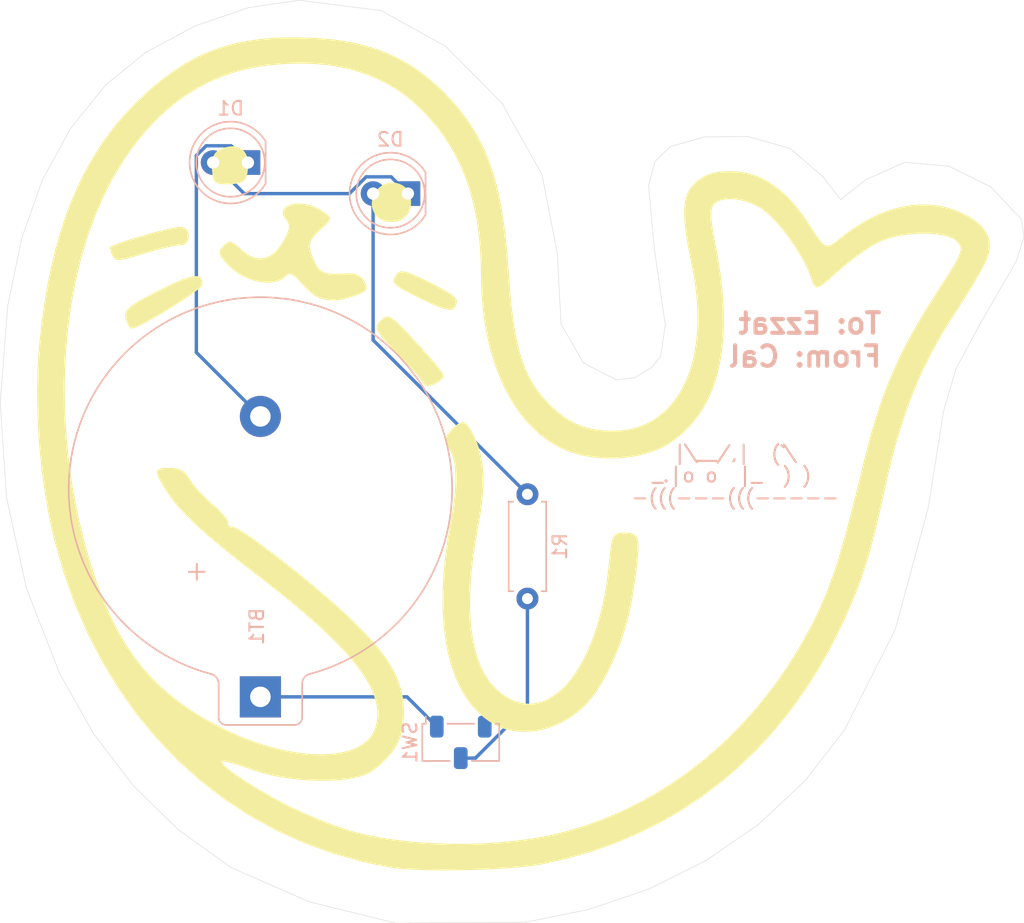
<source format=kicad_pcb>
(kicad_pcb (version 20241229) (generator "pcbnew") (generator_version "9.0")
  (title_block (title "Seal "))
  (layers (0 "F.Cu" signal) (2 "B.Cu" signal) (13 "F.Paste" user) (15 "B.Paste" user) (5 "F.SilkS" user "F.Silkscreen") (7 "B.SilkS" user "B.Silkscreen") (1 "F.Mask" user) (3 "B.Mask" user) (25 "Edge.Cuts" user))
  (net 0 "")
  (net 1 "Net-(D1-A)")
  (net 2 "Net-(D2-A)")
  (net 3 "Net-(SW1-B)")
  (net 4 "Net-(BT1--)")
  (net 5 "Net-(BT1-+)")
  (net 6 "GND")
  (footprint "Battery:BatteryHolder_Keystone_106_1x20mm" (layer "B.Cu") (at 133.5 109.99 90)
    (property "Reference" "BT1")
    (property "Value" "Battery_Cell" (hide yes))
  )
  (footprint "LED_THT:LED_D5.0mm" (layer "B.Cu") (at 144.270253 73.219916 180)
    (property "Reference" "D2")
    (property "Value" "LED")
  )
  (footprint "LED_THT:LED_D5.0mm" (layer "B.Cu") (at 132.588 70.952 180)
    (property "Reference" "D1")
    (property "Value" "LED")
  )
  (footprint "Button_Switch_SMD:Nidec_Copal_CAS-120A" (layer "B.Cu") (at 148.13041 113.314964 -90)
    (property "Reference" "SW1")
    (property "Value" "SW_SPDT")
  )
  (footprint "Resistor_THT:R_Axial_DIN0207_L6.3mm_D2.5mm_P7.62mm_Horizontal" (layer "B.Cu") (at 153 102.81 90)
    (property "Reference" "R1")
    (property "Value" "R")
  )
  (gr_poly (pts (xy 143.229172 72.416465) (xy 143.350128 72.429583) (xy 143.472044 72.453578) (xy 143.594511 72.488868) (xy 143.717119 72.535868) (xy 143.83946 72.594996) (xy 143.908101 72.635179) (xy 143.973186 72.680178) (xy 144.034682 72.729719) (xy 144.092555 72.783524) (xy 144.146775 72.841316) (xy 144.197307 72.902819) (xy 144.24412 72.967755) (xy 144.28718 73.035849) (xy 144.326457 73.106824) (xy 144.361915 73.180403) (xy 144.393525 73.256309) (xy 144.421252 73.334265) (xy 144.445064 73.413996) (xy 144.464929 73.495223) (xy 144.480814 73.577671) (xy 144.492686 73.661063) (xy 144.500514 73.745123) (xy 144.504264 73.829572) (xy 144.503904 73.914136) (xy 144.499401 73.998536) (xy 144.490723 74.082497) (xy 144.477837 74.165742) (xy 144.460711 74.247994) (xy 144.439312 74.328976) (xy 144.413607 74.408412) (xy 144.383565 74.486025) (xy 144.349152 74.561538) (xy 144.310336 74.634675) (xy 144.267085 74.705159) (xy 144.219365 74.772713) (xy 144.167145 74.837061) (xy 144.110391 74.897925) (xy 144.05026 74.953963) (xy 143.986567 75.005585) (xy 143.919594 75.052821) (xy 143.849624 75.095702) (xy 143.776939 75.134258) (xy 143.701823 75.168519) (xy 143.624556 75.198517) (xy 143.545423 75.22428) (xy 143.464705 75.245841) (xy 143.382684 75.263228) (xy 143.299644 75.276473) (xy 143.215868 75.285606) (xy 143.131636 75.290657) (xy 143.047232 75.291656) (xy 142.962939 75.288635) (xy 142.879038 75.281623) (xy 142.795813 75.270651) (xy 142.713546 75.25575) (xy 142.632519 75.236949) (xy 142.553016 75.214279) (xy 142.475317 75.18777) (xy 142.399707 75.157453) (xy 142.326467 75.123359) (xy 142.25588 75.085517) (xy 142.188228 75.043959) (xy 142.123794 74.998713) (xy 142.062861 74.949812) (xy 142.005711 74.897285) (xy 141.952626 74.841162) (xy 141.903889 74.781475) (xy 141.859782 74.718252) (xy 141.820589 74.651526) (xy 141.76103 74.528446) (xy 141.713474 74.404994) (xy 141.677512 74.281586) (xy 141.652735 74.158639) (xy 141.638734 74.036571) (xy 141.6351 73.915796) (xy 141.641424 73.796734) (xy 141.657297 73.679799) (xy 141.682309 73.565408) (xy 141.716053 73.453978) (xy 141.758118 73.345927) (xy 141.808096 73.24167) (xy 141.865578 73.141623) (xy 141.930154 73.046205) (xy 142.001417 72.955831) (xy 142.078956 72.870918) (xy 142.162362 72.791883) (xy 142.251228 72.719142) (xy 142.345143 72.653112) (xy 142.443699 72.594209) (xy 142.546487 72.542851) (xy 142.653097 72.499454) (xy 142.763121 72.464435) (xy 142.876149 72.438209) (xy 142.991773 72.421195) (xy 143.109583 72.413808)) (fill yes) (layer "F.SilkS"))
  (gr_poly (pts (xy 131.533494 69.768755) (xy 131.622802 69.776719) (xy 131.708925 69.79026) (xy 131.791763 69.809301) (xy 131.871219 69.83377) (xy 131.947194 69.86359) (xy 132.019589 69.898687) (xy 132.088307 69.938987) (xy 132.153249 69.984413) (xy 132.214317 70.034892) (xy 132.271412 70.090349) (xy 132.324436 70.150709) (xy 132.373292 70.215896) (xy 132.41788 70.285837) (xy 132.458102 70.360456) (xy 132.49386 70.439679) (xy 132.525055 70.52343) (xy 132.55159 70.611635) (xy 132.573366 70.704219) (xy 132.590285 70.801108) (xy 132.602248 70.902226) (xy 132.609157 71.007498) (xy 132.610914 71.11685) (xy 132.60742 71.230208) (xy 132.598577 71.347495) (xy 132.580781 71.512237) (xy 132.560364 71.660211) (xy 132.536374 71.792408) (xy 132.507858 71.90982) (xy 132.491605 71.963292) (xy 132.473864 72.013438) (xy 132.454515 72.060384) (xy 132.433439 72.104254) (xy 132.410518 72.14517) (xy 132.385631 72.183258) (xy 132.358661 72.218641) (xy 132.329488 72.251443) (xy 132.297993 72.281787) (xy 132.264056 72.309799) (xy 132.22756 72.335601) (xy 132.188384 72.359318) (xy 132.14641 72.381074) (xy 132.101518 72.400992) (xy 132.05359 72.419197) (xy 132.002507 72.435812) (xy 131.890398 72.464769) (xy 131.764238 72.488855) (xy 131.623074 72.50906) (xy 131.465955 72.526377) (xy 131.359964 72.535383) (xy 131.254483 72.541673) (xy 131.150163 72.54532) (xy 131.047655 72.546397) (xy 130.947612 72.544977) (xy 130.850683 72.541132) (xy 130.75752 72.534934) (xy 130.668774 72.526457) (xy 130.585096 72.515772) (xy 130.507137 72.502952) (xy 130.435549 72.48807) (xy 130.370983 72.471198) (xy 130.314089 72.452409) (xy 130.265519 72.431775) (xy 130.225924 72.409369) (xy 130.195955 72.385264) (xy 130.183559 72.371599) (xy 130.171321 72.355595) (xy 130.147377 72.316879) (xy 130.124248 72.269737) (xy 130.102058 72.214792) (xy 130.080931 72.152663) (xy 130.06099 72.083974) (xy 130.04236 72.009345) (xy 130.025164 71.929399) (xy 130.009527 71.844756) (xy 129.995573 71.756038) (xy 129.983425 71.663867) (xy 129.973208 71.568865) (xy 129.965046 71.471652) (xy 129.959062 71.372851) (xy 129.955381 71.273082) (xy 129.954126 71.172969) (xy 129.956685 71.046509) (xy 129.964473 70.927712) (xy 129.977658 70.816303) (xy 129.996407 70.712005) (xy 130.020885 70.614543) (xy 130.051262 70.523641) (xy 130.087702 70.439023) (xy 130.130374 70.360414) (xy 130.1541 70.323277) (xy 130.179445 70.287538) (xy 130.206432 70.253164) (xy 130.235081 70.220119) (xy 130.29745 70.157882) (xy 130.366718 70.10055) (xy 130.443053 70.047847) (xy 130.526621 69.9995) (xy 130.61759 69.95523) (xy 130.716127 69.914763) (xy 130.827384 69.875424) (xy 130.936242 69.84226) (xy 131.042602 69.815195) (xy 131.146366 69.794156) (xy 131.247435 69.779067) (xy 131.345712 69.769854) (xy 131.441098 69.766441)) (fill yes) (layer "F.SilkS"))
  (gr_poly (pts (xy 136.434929 73.949463) (xy 136.575245 73.959118) (xy 136.718448 73.976126) (xy 136.863846 74.000659) (xy 137.010749 74.032887) (xy 137.158465 74.072982) (xy 137.306304 74.121115) (xy 137.453574 74.177456) (xy 137.599585 74.242176) (xy 137.743644 74.315448) (xy 137.885061 74.39744) (xy 138.023145 74.488326) (xy 138.158308 74.58334) (xy 138.275308 74.66769) (xy 138.374008 74.743336) (xy 138.416452 74.778508) (xy 138.45427 74.812239) (xy 138.487444 74.844775) (xy 138.515957 74.87636) (xy 138.539792 74.90724) (xy 138.558931 74.93766) (xy 138.573357 74.967864) (xy 138.583054 74.998099) (xy 138.588004 75.028608) (xy 138.588189 75.059637) (xy 138.583593 75.091432) (xy 138.574198 75.124236) (xy 138.559987 75.158296) (xy 138.540943 75.193857) (xy 138.517049 75.231163) (xy 138.488288 75.270459) (xy 138.454641 75.311991) (xy 138.416093 75.356004) (xy 138.324221 75.452452) (xy 138.212535 75.561764) (xy 137.92917 75.826823) (xy 137.756998 75.98887) (xy 137.606148 76.137445) (xy 137.476133 76.274982) (xy 137.418784 76.340374) (xy 137.366461 76.403919) (xy 137.319101 76.465924) (xy 137.276645 76.526692) (xy 137.239029 76.586528) (xy 137.206194 76.645736) (xy 137.178078 76.704621) (xy 137.15462 76.763488) (xy 137.135758 76.82264) (xy 137.121433 76.882383) (xy 137.111582 76.943021) (xy 137.106144 77.004859) (xy 137.105058 77.0682) (xy 137.108264 77.13335) (xy 137.115699 77.200613) (xy 137.127303 77.270294) (xy 137.143015 77.342697) (xy 137.162773 77.418126) (xy 137.186516 77.496887) (xy 137.214184 77.579283) (xy 137.281046 77.7562) (xy 137.362871 77.951313) (xy 137.459169 78.16706) (xy 137.532711 78.321099) (xy 137.569426 78.39175) (xy 137.606455 78.458285) (xy 137.644058 78.520801) (xy 137.6825 78.579393) (xy 137.722042 78.634159) (xy 137.762946 78.685196) (xy 137.805476 78.732599) (xy 137.849894 78.776467) (xy 137.896461 78.816894) (xy 137.945442 78.853979) (xy 137.997097 78.887818) (xy 138.051691 78.918507) (xy 138.109484 78.946143) (xy 138.17074 78.970824) (xy 138.235721 78.992644) (xy 138.304689 79.011702) (xy 138.377907 79.028094) (xy 138.455638 79.041916) (xy 138.538144 79.053266) (xy 138.625688 79.062239) (xy 138.718531 79.068934) (xy 138.816936 79.073445) (xy 138.921167 79.075871) (xy 139.031485 79.076307) (xy 139.271432 79.071598) (xy 139.538878 79.060092) (xy 139.835924 79.042563) (xy 139.946055 79.038177) (xy 140.052244 79.039555) (xy 140.154446 79.046677) (xy 140.252621 79.059521) (xy 140.346724 79.078068) (xy 140.436714 79.102297) (xy 140.522548 79.132188) (xy 140.604184 79.16772) (xy 140.681579 79.208872) (xy 140.75469 79.255624) (xy 140.823475 79.307955) (xy 140.887892 79.365846) (xy 140.947897 79.429274) (xy 141.003449 79.498221) (xy 141.054505 79.572666) (xy 141.101022 79.652587) (xy 141.154337 79.756235) (xy 141.197561 79.850466) (xy 141.215196 79.894335) (xy 141.230077 79.936192) (xy 141.242127 79.976151) (xy 141.251268 80.014325) (xy 141.257423 80.050828) (xy 141.260516 80.085776) (xy 141.260468 80.119281) (xy 141.257203 80.151457) (xy 141.250643 80.18242) (xy 141.240712 80.212281) (xy 141.227331 80.241157) (xy 141.210424 80.26916) (xy 141.189914 80.296404) (xy 141.165724 80.323004) (xy 141.137776 80.349073) (xy 141.105992 80.374727) (xy 141.070297 80.400077) (xy 141.030612 80.425239) (xy 140.986861 80.450327) (xy 140.938966 80.475454) (xy 140.88685 80.500734) (xy 140.830436 80.526282) (xy 140.704404 80.578636) (xy 140.560254 80.633428) (xy 140.397367 80.691569) (xy 140.191555 80.76085) (xy 139.994858 80.821862) (xy 139.806463 80.874648) (xy 139.625559 80.919251) (xy 139.451334 80.955713) (xy 139.282976 80.984079) (xy 139.119674 81.00439) (xy 138.960614 81.01669) (xy 138.804986 81.021021) (xy 138.651978 81.017426) (xy 138.500777 81.005949) (xy 138.350572 80.986632) (xy 138.20055 80.959518) (xy 138.049901 80.92465) (xy 137.897812 80.882071) (xy 137.743471 80.831824) (xy 137.743459 80.831824) (xy 137.687809 80.809238) (xy 137.626064 80.77822) (xy 137.55887 80.739316) (xy 137.486874 80.693072) (xy 137.410721 80.640037) (xy 137.331056 80.580757) (xy 137.248528 80.51578) (xy 137.16378 80.445652) (xy 137.077459 80.37092) (xy 136.990212 80.292131) (xy 136.902683 80.209833) (xy 136.81552 80.124573) (xy 136.729368 80.036897) (xy 136.644873 79.947352) (xy 136.562681 79.856486) (xy 136.483438 79.764846) (xy 136.375896 79.639794) (xy 136.275938 79.528673) (xy 136.182925 79.431226) (xy 136.096218 79.347191) (xy 136.015177 79.27631) (xy 135.976582 79.245721) (xy 135.939165 79.218323) (xy 135.902844 79.194085) (xy 135.867542 79.172972) (xy 135.833176 79.154954) (xy 135.799669 79.139997) (xy 135.766939 79.128069) (xy 135.734908 79.119138) (xy 135.703494 79.113172) (xy 135.672619 79.110137) (xy 135.642202 79.110002) (xy 135.612164 79.112734) (xy 135.582425 79.1183) (xy 135.552905 79.126669) (xy 135.523523 79.137808) (xy 135.494201 79.151684) (xy 135.464858 79.168266) (xy 135.435415 79.18752) (xy 135.405791 79.209414) (xy 135.375907 79.233916) (xy 135.315038 79.290614) (xy 135.225344 79.371977) (xy 135.127921 79.444792) (xy 135.023237 79.509171) (xy 134.911756 79.56523) (xy 134.793944 79.61308) (xy 134.670267 79.652837) (xy 134.54119 79.684614) (xy 134.407179 79.708524) (xy 134.2687 79.72468) (xy 134.126218 79.733198) (xy 133.980199 79.73419) (xy 133.831108 79.727771) (xy 133.679411 79.714053) (xy 133.525574 79.69315) (xy 133.370063 79.665177) (xy 133.213342 79.630246) (xy 132.898136 79.539968) (xy 132.583682 79.423225) (xy 132.273703 79.280927) (xy 132.121557 79.200479) (xy 131.971926 79.113983) (xy 131.825278 79.021553) (xy 131.682076 78.923302) (xy 131.542787 78.819345) (xy 131.407876 78.709795) (xy 131.27781 78.594765) (xy 131.153053 78.47437) (xy 131.034071 78.348722) (xy 130.921331 78.217936) (xy 130.832434 78.107791) (xy 130.754935 78.007157) (xy 130.688742 77.914997) (xy 130.633765 77.830276) (xy 130.610453 77.790382) (xy 130.589912 77.751958) (xy 130.572128 77.714876) (xy 130.557092 77.679006) (xy 130.544791 77.644219) (xy 130.535214 77.610385) (xy 130.52835 77.577375) (xy 130.524187 77.545059) (xy 130.522714 77.513307) (xy 130.52392 77.481991) (xy 130.527793 77.45098) (xy 130.534322 77.420145) (xy 130.543495 77.389358) (xy 130.555301 77.358487) (xy 130.569729 77.327404) (xy 130.586767 77.295979) (xy 130.606403 77.264083) (xy 130.628628 77.231586) (xy 130.680793 77.164271) (xy 130.743171 77.092999) (xy 130.815671 77.016734) (xy 130.891117 76.942442) (xy 130.927025 76.909436) (xy 130.961917 76.879231) (xy 130.995937 76.851858) (xy 131.029232 76.82735) (xy 131.061945 76.805738) (xy 131.094222 76.787054) (xy 131.126209 76.771328) (xy 131.15805 76.758592) (xy 131.18989 76.748878) (xy 131.221874 76.742217) (xy 131.254149 76.738641) (xy 131.286857 76.73818) (xy 131.320146 76.740868) (xy 131.354159 76.746734) (xy 131.389042 76.755811) (xy 131.42494 76.768131) (xy 131.461998 76.783723) (xy 131.500362 76.802621) (xy 131.540176 76.824855) (xy 131.581585 76.850456) (xy 131.624734 76.879458) (xy 131.669769 76.91189) (xy 131.716835 76.947784) (xy 131.766077 76.987172) (xy 131.871668 77.076555) (xy 131.987703 77.180292) (xy 132.115343 77.298632) (xy 132.218405 77.39179) (xy 132.321503 77.477693) (xy 132.424575 77.556353) (xy 132.527564 77.627782) (xy 132.63041 77.69199) (xy 132.733053 77.748988) (xy 132.835435 77.798788) (xy 132.937497 77.8414) (xy 133.03918 77.876834) (xy 133.140423 77.905104) (xy 133.241169 77.926218) (xy 133.341358 77.940189) (xy 133.440931 77.947027) (xy 133.539828 77.946744) (xy 133.637991 77.939349) (xy 133.73536 77.924855) (xy 133.831877 77.903273) (xy 133.927481 77.874613) (xy 134.022115 77.838886) (xy 134.115719 77.796103) (xy 134.208233 77.746276) (xy 134.299599 77.689415) (xy 134.389757 77.625532) (xy 134.478648 77.554637) (xy 134.566214 77.476741) (xy 134.652394 77.391856) (xy 134.737131 77.299992) (xy 134.820363 77.201161) (xy 134.902034 77.095373) (xy 134.982083 76.98264) (xy 135.060451 76.862972) (xy 135.137079 76.73638) (xy 135.227096 76.578782) (xy 135.306524 76.432887) (xy 135.375493 76.297842) (xy 135.434132 76.172798) (xy 135.482569 76.056904) (xy 135.520935 75.949308) (xy 135.549359 75.849159) (xy 135.567969 75.755607) (xy 135.576895 75.667801) (xy 135.576266 75.584889) (xy 135.572409 75.545003) (xy 135.566211 75.506021) (xy 135.54686 75.430345) (xy 135.518342 75.357011) (xy 135.480786 75.285168) (xy 135.43432 75.213965) (xy 135.379076 75.14255) (xy 135.299125 75.037281) (xy 135.236575 74.935774) (xy 135.190733 74.8382) (xy 135.160909 74.744732) (xy 135.146412 74.655539) (xy 135.14655 74.570792) (xy 135.160633 74.490663) (xy 135.187968 74.415323) (xy 135.227866 74.344942) (xy 135.279635 74.279691) (xy 135.342584 74.219743) (xy 135.416022 74.165267) (xy 135.499257 74.116434) (xy 135.591599 74.073416) (xy 135.692357 74.036384) (xy 135.800839 74.005508) (xy 135.916355 73.98096) (xy 136.038213 73.96291) (xy 136.165722 73.95153) (xy 136.298191 73.946991)) (fill yes) (layer "F.SilkS"))
  (gr_poly (pts (xy 143.872168 78.897418) (xy 143.925461 78.902343) (xy 143.982427 78.910636) (xy 144.043232 78.922337) (xy 144.10804 78.937489) (xy 144.177018 78.956133) (xy 144.250331 78.978311) (xy 144.328144 79.004064) (xy 144.410622 79.033436) (xy 144.497931 79.066466) (xy 144.590237 79.103198) (xy 144.790497 79.187931) (xy 145.012726 79.287971) (xy 145.258247 79.40365) (xy 145.528383 79.535303) (xy 145.824457 79.683265) (xy 146.524183 80.042311) (xy 146.810954 80.195956) (xy 147.058226 80.335064) (xy 147.267923 80.461673) (xy 147.441965 80.577821) (xy 147.582275 80.685544) (xy 147.690775 80.786881) (xy 147.733697 80.835791) (xy 147.769387 80.883868) (xy 147.798086 80.931366) (xy 147.820034 80.978542) (xy 147.835471 81.025649) (xy 147.844637 81.072941) (xy 147.847773 81.120674) (xy 147.845119 81.169103) (xy 147.836915 81.218481) (xy 147.823401 81.269064) (xy 147.781406 81.374861) (xy 147.721056 81.488533) (xy 147.644273 81.612117) (xy 147.626495 81.635471) (xy 147.605424 81.656071) (xy 147.581029 81.673907) (xy 147.553276 81.688969) (xy 147.522132 81.70125) (xy 147.487564 81.710738) (xy 147.449539 81.717426) (xy 147.408024 81.721303) (xy 147.362987 81.722361) (xy 147.314393 81.72059) (xy 147.26221 81.71598) (xy 147.206405 81.708524) (xy 147.146944 81.69821) (xy 147.083796 81.68503) (xy 147.016926 81.668976) (xy 146.946302 81.650036) (xy 146.79366 81.603466) (xy 146.625604 81.545246) (xy 146.44187 81.475302) (xy 146.242195 81.39356) (xy 146.026314 81.299945) (xy 145.793962 81.194383) (xy 145.544876 81.076799) (xy 145.278791 80.94712) (xy 145.278791 80.947127) (xy 144.541619 80.579987) (xy 144.243748 80.427297) (xy 143.989718 80.291814) (xy 143.777049 80.171005) (xy 143.603265 80.062335) (xy 143.465887 79.963269) (xy 143.362439 79.871274) (xy 143.322664 79.827135) (xy 143.290442 79.783814) (xy 143.265464 79.740994) (xy 143.247419 79.698356) (xy 143.235998 79.655586) (xy 143.230892 79.612366) (xy 143.23179 79.568379) (xy 143.238383 79.523309) (xy 143.267414 79.42865) (xy 143.315508 79.325856) (xy 143.380188 79.212391) (xy 143.458974 79.085723) (xy 143.481087 79.053504) (xy 143.504888 79.024151) (xy 143.530543 78.997705) (xy 143.558218 78.974208) (xy 143.588078 78.953702) (xy 143.620288 78.936229) (xy 143.655014 78.921831) (xy 143.692421 78.910549) (xy 143.732675 78.902424) (xy 143.77594 78.8975) (xy 143.822383 78.895817)) (fill yes) (layer "F.SilkS"))
  (gr_poly (pts (xy 148.310031 89.918692) (xy 148.354351 89.928716) (xy 148.398127 89.944619) (xy 148.441512 89.966427) (xy 148.484661 89.994163) (xy 148.527727 90.027852) (xy 148.570865 90.067518) (xy 148.614228 90.113186) (xy 148.657971 90.164881) (xy 148.702247 90.222626) (xy 148.74721 90.286447) (xy 148.793015 90.356368) (xy 148.839815 90.432413) (xy 148.937017 90.602973) (xy 149.040048 90.798323) (xy 149.193826 91.119101) (xy 149.329821 91.446615) (xy 149.448113 91.782304) (xy 149.548781 92.12761) (xy 149.631904 92.483972) (xy 149.697562 92.852831) (xy 149.745834 93.235627) (xy 149.776798 93.633801) (xy 149.790535 94.048793) (xy 149.787122 94.482043) (xy 149.766641 94.934992) (xy 149.729168 95.40908) (xy 149.674785 95.905748) (xy 149.603569 96.426435) (xy 149.515601 96.972582) (xy 149.410959 97.54563) (xy 149.215974 98.638666) (xy 149.059442 99.690325) (xy 148.941243 100.699618) (xy 148.861259 101.665552) (xy 148.819373 102.587139) (xy 148.815466 103.463387) (xy 148.84942 104.293307) (xy 148.921117 105.075907) (xy 149.030439 105.810199) (xy 149.177267 106.49519) (xy 149.361483 107.129891) (xy 149.582969 107.713312) (xy 149.841607 108.244461) (xy 150.137278 108.722349) (xy 150.469866 109.145986) (xy 150.83925 109.51438) (xy 151.164818 109.777742) (xy 151.492091 109.998473) (xy 151.820429 110.177296) (xy 152.149194 110.314931) (xy 152.477745 110.4121) (xy 152.805444 110.469526) (xy 153.131652 110.48793) (xy 153.455728 110.468034) (xy 153.777035 110.410559) (xy 154.094932 110.316227) (xy 154.408781 110.185761) (xy 154.717942 110.019882) (xy 155.021776 109.819311) (xy 155.319643 109.58477) (xy 155.610905 109.316981) (xy 155.894922 109.016666) (xy 156.171055 108.684547) (xy 156.438665 108.321345) (xy 156.697112 107.927782) (xy 156.945757 107.50458) (xy 157.18396 107.05246) (xy 157.411084 106.572145) (xy 157.626488 106.064355) (xy 157.829533 105.529814) (xy 158.019579 104.969242) (xy 158.195989 104.383361) (xy 158.358121 103.772894) (xy 158.505338 103.138561) (xy 158.636999 102.481085) (xy 158.752466 101.801187) (xy 158.8511 101.099589) (xy 158.93226 100.377013) (xy 159.01118 99.602083) (xy 159.047427 99.287298) (xy 159.083773 99.016544) (xy 159.121899 98.786507) (xy 159.163483 98.59387) (xy 159.210206 98.435316) (xy 159.26375 98.307531) (xy 159.293604 98.25414) (xy 159.325793 98.207198) (xy 159.360526 98.16629) (xy 159.398015 98.131001) (xy 159.438469 98.100918) (xy 159.482098 98.075625) (xy 159.529112 98.054708) (xy 159.579722 98.037752) (xy 159.692566 98.014068) (xy 159.82231 98.001257) (xy 160.139223 97.994986) (xy 160.241541 97.996098) (xy 160.337668 97.99981) (xy 160.427689 98.006685) (xy 160.511692 98.017289) (xy 160.589763 98.032183) (xy 160.661988 98.051934) (xy 160.728454 98.077104) (xy 160.789246 98.108257) (xy 160.844453 98.145958) (xy 160.894159 98.190771) (xy 160.938452 98.243259) (xy 160.977418 98.303986) (xy 161.011143 98.373517) (xy 161.039714 98.452414) (xy 161.063218 98.541243) (xy 161.08174 98.640568) (xy 161.095367 98.750951) (xy 161.104187 98.872957) (xy 161.108284 99.007151) (xy 161.107746 99.154095) (xy 161.10266 99.314354) (xy 161.09311 99.488493) (xy 161.079185 99.677074) (xy 161.06097 99.880662) (xy 161.038552 100.099821) (xy 161.012018 100.335114) (xy 160.946945 100.856361) (xy 160.866443 101.448914) (xy 160.771204 102.117286) (xy 160.689301 102.636182) (xy 160.594293 103.151788) (xy 160.486451 103.66336) (xy 160.366045 104.170153) (xy 160.233348 104.671424) (xy 160.088629 105.166429) (xy 159.932161 105.654425) (xy 159.764214 106.134668) (xy 159.58506 106.606414) (xy 159.394969 107.068919) (xy 159.194213 107.52144) (xy 158.983064 107.963232) (xy 158.761791 108.393552) (xy 158.530667 108.811657) (xy 158.289963 109.216802) (xy 158.039949 109.608245) (xy 157.869402 109.853361) (xy 157.689073 110.088957) (xy 157.499502 110.314867) (xy 157.301231 110.53093) (xy 157.0948 110.73698) (xy 156.88075 110.932853) (xy 156.659622 111.118387) (xy 156.431958 111.293418) (xy 156.198298 111.457781) (xy 155.959182 111.611313) (xy 155.715153 111.75385) (xy 155.466751 111.885228) (xy 155.214517 112.005284) (xy 154.958991 112.113853) (xy 154.700715 112.210773) (xy 154.44023 112.295878) (xy 154.178077 112.369006) (xy 153.914797 112.429993) (xy 153.65093 112.478674) (xy 153.387017 112.514887) (xy 153.1236 112.538467) (xy 152.86122 112.549251) (xy 152.600416 112.547074) (xy 152.341732 112.531773) (xy 152.085706 112.503185) (xy 151.832881 112.461145) (xy 151.583797 112.405489) (xy 151.338995 112.336055) (xy 151.099016 112.252677) (xy 150.864401 112.155193) (xy 150.635691 112.043439) (xy 150.413427 111.91725) (xy 150.413419 111.91725) (xy 150.109871 111.718333) (xy 149.819214 111.499812) (xy 149.541508 111.261966) (xy 149.27681 111.005076) (xy 149.025177 110.729421) (xy 148.786669 110.435283) (xy 148.561341 110.12294) (xy 148.349252 109.792673) (xy 148.150461 109.444762) (xy 147.965024 109.079487) (xy 147.792999 108.697129) (xy 147.634445 108.297966) (xy 147.489418 107.88228) (xy 147.357977 107.45035) (xy 147.24018 107.002457) (xy 147.136084 106.53888) (xy 147.045747 106.0599) (xy 146.969227 105.565796) (xy 146.906581 105.056849) (xy 146.857868 104.533339) (xy 146.80247 103.443749) (xy 146.803494 102.299267) (xy 146.861404 101.102134) (xy 146.97666 99.85459) (xy 147.149726 98.558875) (xy 147.381063 97.217231) (xy 147.478049 96.6842) (xy 147.560176 96.177595) (xy 147.627428 95.69702) (xy 147.679787 95.242081) (xy 147.717237 94.812383) (xy 147.73976 94.40753) (xy 147.74734 94.027128) (xy 147.739958 93.670781) (xy 147.717599 93.338096) (xy 147.680246 93.028677) (xy 147.62788 92.74213) (xy 147.560486 92.478059) (xy 147.478045 92.236069) (xy 147.380542 92.015766) (xy 147.267959 91.816755) (xy 147.140279 91.63864) (xy 147.118168 91.609989) (xy 147.097946 91.58123) (xy 147.079621 91.552337) (xy 147.063199 91.523283) (xy 147.048687 91.494043) (xy 147.036089 91.464589) (xy 147.025413 91.434897) (xy 147.016664 91.404939) (xy 147.00985 91.374689) (xy 147.004976 91.344121) (xy 147.002048 91.313208) (xy 147.001073 91.281925) (xy 147.002056 91.250245) (xy 147.005005 91.218142) (xy 147.009925 91.185589) (xy 147.016822 91.152561) (xy 147.025704 91.119031) (xy 147.036575 91.084972) (xy 147.049442 91.050359) (xy 147.064312 91.015165) (xy 147.081191 90.979364) (xy 147.100085 90.942929) (xy 147.120999 90.905835) (xy 147.143941 90.868055) (xy 147.168917 90.829563) (xy 147.195932 90.790333) (xy 147.256107 90.709551) (xy 147.324516 90.6255) (xy 147.401208 90.53797) (xy 147.546147 90.382014) (xy 147.679669 90.248108) (xy 147.742534 90.189485) (xy 147.803006 90.136448) (xy 147.86124 90.089022) (xy 147.91739 90.04723) (xy 147.971609 90.011098) (xy 148.024052 89.98065) (xy 148.074873 89.95591) (xy 148.124225 89.936903) (xy 148.172263 89.923653) (xy 148.219141 89.916185) (xy 148.265012 89.914523)) (fill yes) (layer "F.SilkS"))
  (gr_poly (pts (xy 128.871211 79.249884) (xy 128.935289 79.261577) (xy 128.993264 79.279284) (xy 129.045305 79.302988) (xy 129.091584 79.332669) (xy 129.132269 79.368308) (xy 129.167531 79.409887) (xy 129.197539 79.457388) (xy 129.222465 79.510792) (xy 129.242478 79.57008) (xy 129.268443 79.706235) (xy 129.276796 79.865702) (xy 129.263549 79.906955) (xy 129.224861 79.961877) (xy 129.077494 80.108804) (xy 128.847345 80.298623) (xy 128.54707 80.523475) (xy 128.189322 80.775502) (xy 127.786752 81.046845) (xy 126.897766 81.616041) (xy 125.981336 82.168192) (xy 125.138689 82.640427) (xy 124.776668 82.826929) (xy 124.471051 82.969874) (xy 124.234494 83.061405) (xy 124.146066 83.085433) (xy 124.079649 83.093661) (xy 124.071738 83.092957) (xy 124.063393 83.090867) (xy 124.054636 83.087426) (xy 124.045489 83.082669) (xy 124.035976 83.07663) (xy 124.02612 83.069343) (xy 124.015942 83.060843) (xy 124.005467 83.051165) (xy 123.994717 83.040343) (xy 123.983714 83.028411) (xy 123.972481 83.015405) (xy 123.961042 83.001358) (xy 123.937633 82.970281) (xy 123.913672 82.935457) (xy 123.889338 82.897162) (xy 123.864816 82.855672) (xy 123.840287 82.811263) (xy 123.815934 82.764211) (xy 123.791939 82.714793) (xy 123.768485 82.663284) (xy 123.745754 82.60996) (xy 123.723928 82.555098) (xy 123.696722 82.481145) (xy 123.673265 82.410113) (xy 123.653871 82.341711) (xy 123.638853 82.27565) (xy 123.628525 82.211638) (xy 123.623201 82.149384) (xy 123.623193 82.088597) (xy 123.628816 82.028987) (xy 123.640383 81.970263) (xy 123.658207 81.912135) (xy 123.682603 81.85431) (xy 123.713882 81.796499) (xy 123.75236 81.73841) (xy 123.798349 81.679753) (xy 123.852163 81.620238) (xy 123.914115 81.559572) (xy 123.98452 81.497466) (xy 124.06369 81.433628) (xy 124.151939 81.367768) (xy 124.249581 81.299595) (xy 124.356928 81.228818) (xy 124.474295 81.155146) (xy 124.601996 81.078289) (xy 124.740343 80.997956) (xy 125.05023 80.825697) (xy 125.406466 80.636042) (xy 125.811558 80.426667) (xy 126.268014 80.195243) (xy 126.683361 79.989369) (xy 127.062054 79.808895) (xy 127.405454 79.65367) (xy 127.714921 79.523546) (xy 127.991815 79.418374) (xy 128.237496 79.338004) (xy 128.453324 79.282289) (xy 128.640658 79.251078) (xy 128.80086 79.244224)) (fill yes) (layer "F.SilkS"))
  (gr_poly (pts (xy 137.385679 61.835551) (xy 138.133236 61.885375) (xy 138.854487 61.958915) (xy 139.55061 62.05666) (xy 140.222783 62.179097) (xy 140.872187 62.326714) (xy 141.5 62.5) (xy 142.107401 62.699441) (xy 142.695568 62.925526) (xy 143.26568 63.178743) (xy 143.818917 63.459579) (xy 144.356458 63.768522) (xy 144.87948 64.10606) (xy 145.389164 64.472682) (xy 145.886687 64.868874) (xy 146.373229 65.295124) (xy 146.849969 65.751921) (xy 147.414089 66.340783) (xy 147.934888 66.937725) (xy 148.414042 67.547297) (xy 148.853228 68.174048) (xy 149.25412 68.822528) (xy 149.618394 69.497285) (xy 149.947727 70.20287) (xy 150.243793 70.943831) (xy 150.508268 71.724718) (xy 150.742829 72.55008) (xy 150.94915 73.424467) (xy 151.128907 74.352427) (xy 151.283776 75.338511) (xy 151.415433 76.387268) (xy 151.525553 77.503247) (xy 151.615812 78.690997) (xy 151.764987 80.5997) (xy 151.851413 81.449602) (xy 151.947323 82.235595) (xy 152.05391 82.961973) (xy 152.172368 83.633031) (xy 152.303893 84.253062) (xy 152.449677 84.82636) (xy 152.610915 85.357219) (xy 152.7888 85.849933) (xy 152.984526 86.308794) (xy 153.199288 86.738098) (xy 153.43428 87.142138) (xy 153.690694 87.525208) (xy 153.969726 87.891601) (xy 154.272569 88.245612) (xy 154.551711 88.544272) (xy 154.829677 88.81974) (xy 155.10764 89.072558) (xy 155.386774 89.303267) (xy 155.668251 89.512408) (xy 155.953245 89.700524) (xy 156.242929 89.868154) (xy 156.538477 90.015841) (xy 156.841061 90.144125) (xy 157.151855 90.253549) (xy 157.472032 90.344653) (xy 157.802766 90.417979) (xy 158.14523 90.474067) (xy 158.500596 90.513461) (xy 158.870039 90.5367) (xy 159.254732 90.544326) (xy 159.692494 90.529501) (xy 160.116527 90.485429) (xy 160.526539 90.412717) (xy 160.922239 90.311969) (xy 161.303337 90.183792) (xy 161.66954 90.028791) (xy 162.020558 89.84757) (xy 162.356101 89.640737) (xy 162.675877 89.408897) (xy 162.979595 89.152654) (xy 163.266965 88.872616) (xy 163.537695 88.569386) (xy 163.791494 88.243571) (xy 164.028071 87.895777) (xy 164.247136 87.526608) (xy 164.448397 87.136671) (xy 164.631564 86.726571) (xy 164.796345 86.296913) (xy 164.942449 85.848304) (xy 165.069586 85.381348) (xy 165.177464 84.896651) (xy 165.265793 84.39482) (xy 165.334281 83.876458) (xy 165.382638 83.342173) (xy 165.410573 82.792569) (xy 165.417794 82.228252) (xy 165.40401 81.649828) (xy 165.368932 81.057902) (xy 165.312267 80.453079) (xy 165.233724 79.835966) (xy 165.133013 79.207168) (xy 165.009843 78.56729) (xy 164.738116 77.184831) (xy 164.634383 76.581881) (xy 164.552311 76.033002) (xy 164.492081 75.534608) (xy 164.453874 75.083113) (xy 164.437871 74.674931) (xy 164.444252 74.306475) (xy 164.473197 73.97416) (xy 164.524889 73.6744) (xy 164.599507 73.403607) (xy 164.697233 73.158196) (xy 164.818247 72.934581) (xy 164.962729 72.729176) (xy 165.130861 72.538394) (xy 165.322824 72.358649) (xy 165.448499 72.254835) (xy 165.574588 72.159536) (xy 165.7019 72.072501) (xy 165.831241 71.993479) (xy 165.963421 71.92222) (xy 166.099248 71.858474) (xy 166.23953 71.801988) (xy 166.385074 71.752513) (xy 166.53669 71.709797) (xy 166.695185 71.673591) (xy 166.861369 71.643642) (xy 167.036047 71.619702) (xy 167.22003 71.601517) (xy 167.414126 71.588839) (xy 167.619141 71.581416) (xy 167.835886 71.578997) (xy 168.237666 71.593629) (xy 168.632776 71.63756) (xy 169.021294 71.71084) (xy 169.403297 71.813522) (xy 169.778863 71.945658) (xy 170.148069 72.107299) (xy 170.510994 72.298497) (xy 170.867714 72.519303) (xy 171.218308 72.76977) (xy 171.562853 73.049949) (xy 171.901427 73.359892) (xy 172.234106 73.699651) (xy 172.56097 74.069276) (xy 172.882095 74.468821) (xy 173.197559 74.898337) (xy 173.50744 75.357875) (xy 173.930206 76.006365) (xy 174.105248 76.265486) (xy 174.260581 76.483388) (xy 174.399594 76.66172) (xy 174.46404 76.736563) (xy 174.525676 76.802131) (xy 174.584927 76.85863) (xy 174.642215 76.906268) (xy 174.697965 76.945249) (xy 174.7526 76.97578) (xy 174.806544 76.998067) (xy 174.86022 77.012316) (xy 174.914051 77.018733) (xy 174.968462 77.017524) (xy 175.023876 77.008895) (xy 175.080717 76.993052) (xy 175.139408 76.970202) (xy 175.200372 76.94055) (xy 175.330816 76.861664) (xy 175.475439 76.758044) (xy 175.820772 76.483195) (xy 176.37724 76.052711) (xy 176.937335 75.662607) (xy 177.500038 75.313106) (xy 178.064331 75.004431) (xy 178.629195 74.736803) (xy 179.193613 74.510446) (xy 179.756566 74.325583) (xy 180.317035 74.182435) (xy 180.874004 74.081227) (xy 181.426452 74.022179) (xy 181.973363 74.005516) (xy 182.513718 74.031459) (xy 183.046498 74.100232) (xy 183.570686 74.212057) (xy 184.085264 74.367156) (xy 184.589212 74.565753) (xy 184.924047 74.723186) (xy 185.230567 74.886807) (xy 185.373236 74.970984) (xy 185.508861 75.056764) (xy 185.63745 75.144164) (xy 185.759017 75.233203) (xy 185.873571 75.323899) (xy 185.981123 75.416272) (xy 186.081686 75.510339) (xy 186.17527 75.606119) (xy 186.261885 75.70363) (xy 186.341544 75.802891) (xy 186.414257 75.903921) (xy 186.480035 76.006737) (xy 186.53889 76.111357) (xy 186.590832 76.217802) (xy 186.635872 76.326088) (xy 186.674022 76.436235) (xy 186.705293 76.54826) (xy 186.729695 76.662183) (xy 186.74724 76.778022) (xy 186.757939 76.895794) (xy 186.761803 77.015519) (xy 186.758843 77.137215) (xy 186.749069 77.260901) (xy 186.732494 77.386594) (xy 186.709129 77.514314) (xy 186.678983 77.644079) (xy 186.642069 77.775906) (xy 186.598398 77.909816) (xy 186.553489 78.024322) (xy 186.488954 78.167424) (xy 186.305906 78.531024) (xy 186.059048 78.983844) (xy 185.758174 79.50911) (xy 185.413081 80.09005) (xy 185.033561 80.709891) (xy 184.629409 81.351861) (xy 184.21042 81.999186) (xy 183.763522 82.696466) (xy 183.338429 83.394476) (xy 182.934282 84.095351) (xy 182.550219 84.801227) (xy 182.185378 85.514238) (xy 181.8389 86.23652) (xy 181.509923 86.970208) (xy 181.197587 87.717437) (xy 180.901029 88.480343) (xy 180.619389 89.261061) (xy 180.351807 90.061726) (xy 180.097421 90.884474) (xy 179.85537 91.731439) (xy 179.624794 92.604758) (xy 179.404831 93.506564) (xy 179.19462 94.438994) (xy 178.797062 96.230951) (xy 178.433477 97.766834) (xy 178.087008 99.100834) (xy 177.740796 100.287141) (xy 177.377982 101.379944) (xy 176.981708 102.433434) (xy 176.535117 103.501801) (xy 176.021348 104.639235) (xy 175.153298 106.386514) (xy 174.211207 108.052809) (xy 173.196518 109.636967) (xy 172.110669 111.137836) (xy 170.955101 112.554261) (xy 169.731254 113.885089) (xy 168.440569 115.129166) (xy 167.084487 116.285339) (xy 165.664446 117.352455) (xy 164.181888 118.32936) (xy 162.638253 119.2149) (xy 161.034981 120.007923) (xy 159.373512 120.707274) (xy 157.655288 121.3118) (xy 155.881747 121.820348) (xy 154.05433 122.231765) (xy 153.581782 122.311356) (xy 153.02198 122.38387) (xy 151.691606 122.506462) (xy 150.165195 122.597143) (xy 148.544735 122.653515) (xy 146.93221 122.673178) (xy 145.429609 122.653735) (xy 144.138917 122.592787) (xy 143.604909 122.546) (xy 143.162122 122.487937) (xy 143.162126 122.487937) (xy 142.030978 122.282514) (xy 140.917349 122.036743) (xy 138.74491 121.426343) (xy 136.649345 120.66112) (xy 134.635188 119.745456) (xy 132.706972 118.683735) (xy 130.869234 117.480338) (xy 129.126506 116.139648) (xy 127.483323 114.666047) (xy 125.944219 113.063918) (xy 124.51373 111.337644) (xy 123.196388 109.491606) (xy 121.996729 107.530188) (xy 120.919287 105.457772) (xy 119.968596 103.278741) (xy 119.14919 100.997476) (xy 118.465604 98.618361) (xy 118.26241 97.770691) (xy 118.076041 96.901185) (xy 117.754677 95.108489) (xy 117.503315 93.263917) (xy 117.323753 91.391113) (xy 117.217792 89.513719) (xy 117.187232 87.655381) (xy 117.20107 87.116711) (xy 119.209634 87.116711) (xy 119.230059 89.022522) (xy 119.336994 90.944214) (xy 119.531288 92.873698) (xy 119.813792 94.802884) (xy 120.185352 96.723683) (xy 120.64682 98.628005) (xy 120.97799 99.807097) (xy 121.323156 100.918657) (xy 121.684406 101.965907) (xy 122.063831 102.952071) (xy 122.463521 103.880372) (xy 122.885566 104.754035) (xy 123.332058 105.576282) (xy 123.805084 106.350337) (xy 124.306738 107.079423) (xy 124.839107 107.766765) (xy 125.404282 108.415585) (xy 126.004355 109.029107) (xy 126.641414 109.610555) (xy 127.31755 110.163151) (xy 128.034854 110.690121) (xy 128.795415 111.194686) (xy 129.872244 111.831602) (xy 130.961781 112.393992) (xy 132.054014 112.88119) (xy 133.138926 113.29253) (xy 134.206505 113.627346) (xy 135.246734 113.884971) (xy 136.2496 114.06474) (xy 137.205088 114.165986) (xy 138.103183 114.188043) (xy 138.933871 114.130244) (xy 139.687137 113.991925) (xy 140.031607 113.892361) (xy 140.352966 113.772417) (xy 140.649962 113.63201) (xy 140.921344 113.471056) (xy 141.165859 113.289473) (xy 141.382256 113.087176) (xy 141.569283 112.864082) (xy 141.725688 112.620109) (xy 141.850219 112.355172) (xy 141.941625 112.06919) (xy 141.993734 111.823655) (xy 142.027383 111.574949) (xy 142.042318 111.322754) (xy 142.038285 111.066749) (xy 142.01503 110.806615) (xy 141.972299 110.542032) (xy 141.909838 110.27268) (xy 141.827394 109.99824) (xy 141.724712 109.718391) (xy 141.601538 109.432815) (xy 141.457619 109.141191) (xy 141.292701 108.843199) (xy 141.106529 108.53852) (xy 140.89885 108.226834) (xy 140.66941 107.907822) (xy 140.417954 107.581163) (xy 140.14423 107.246538) (xy 139.847983 106.903628) (xy 139.186904 106.19167) (xy 138.432687 105.442732) (xy 137.583299 104.654256) (xy 136.636709 103.823685) (xy 135.590887 102.948459) (xy 134.4438 102.026023) (xy 133.193418 101.053817) (xy 131.806966 99.977201) (xy 130.613524 99.017356) (xy 129.595364 98.157623) (xy 128.734758 97.381346) (xy 128.357997 97.019298) (xy 128.013975 96.671867) (xy 127.700478 96.336972) (xy 127.415288 96.012531) (xy 127.156189 95.69646) (xy 126.920966 95.386679) (xy 126.707401 95.081105) (xy 126.51328 94.777655) (xy 126.367488 94.535965) (xy 126.242532 94.320911) (xy 126.138793 94.13097) (xy 126.056651 93.964618) (xy 126.023798 93.889812) (xy 125.996487 93.820332) (xy 125.974767 93.755986) (xy 125.958683 93.696586) (xy 125.948285 93.64194) (xy 125.94362 93.591858) (xy 125.944735 93.546149) (xy 125.951677 93.504623) (xy 125.964496 93.46709) (xy 125.983237 93.433358) (xy 126.007949 93.403238) (xy 126.03868 93.37654) (xy 126.075476 93.353071) (xy 126.118386 93.332643) (xy 126.167458 93.315064) (xy 126.222738 93.300144) (xy 126.284274 93.287693) (xy 126.352115 93.27752) (xy 126.506898 93.263247) (xy 126.687469 93.255801) (xy 126.894208 93.253657) (xy 127.02174 93.256406) (xy 127.143193 93.264714) (xy 127.258737 93.278672) (xy 127.368538 93.298371) (xy 127.472764 93.323901) (xy 127.571583 93.355354) (xy 127.665164 93.392821) (xy 127.753673 93.436393) (xy 127.837278 93.486161) (xy 127.916148 93.542215) (xy 127.99045 93.604647) (xy 128.060352 93.673548) (xy 128.126021 93.749008) (xy 128.187626 93.83112) (xy 128.245335 93.919972) (xy 128.299314 94.015658) (xy 128.346944 94.099139) (xy 128.406539 94.191774) (xy 128.477225 94.292591) (xy 128.558125 94.400623) (xy 128.648363 94.514899) (xy 128.747066 94.63445) (xy 128.853356 94.758306) (xy 128.966359 94.885498) (xy 129.085198 95.015056) (xy 129.208999 95.146011) (xy 129.336886 95.277393) (xy 129.467984 95.408233) (xy 129.601416 95.53756) (xy 129.736308 95.664406) (xy 129.871783 95.787801) (xy 130.006967 95.906775) (xy 130.139257 96.023112) (xy 130.266241 96.138769) (xy 130.387329 96.253039) (xy 130.501932 96.365213) (xy 130.60946 96.47458) (xy 130.709325 96.580433) (xy 130.800936 96.682063) (xy 130.883704 96.778759) (xy 130.957039 96.869813) (xy 131.020352 96.954517) (xy 131.073054 97.03216) (xy 131.114555 97.102035) (xy 131.144266 97.163432) (xy 131.161596 97.215642) (xy 131.165434 97.23808) (xy 131.165957 97.257955) (xy 131.16309 97.27518) (xy 131.156759 97.289664) (xy 131.149279 97.302672) (xy 131.143003 97.315515) (xy 131.137913 97.328176) (xy 131.133992 97.340641) (xy 131.131222 97.352891) (xy 131.129586 97.364912) (xy 131.129067 97.376686) (xy 131.129648 97.388197) (xy 131.13131 97.39943) (xy 131.134037 97.410368) (xy 131.13781 97.420995) (xy 131.142614 97.431294) (xy 131.148429 97.441249) (xy 131.15524 97.450844) (xy 131.163028 97.460062) (xy 131.171776 97.468888) (xy 131.181467 97.477305) (xy 131.192084 97.485297) (xy 131.203608 97.492847) (xy 131.216023 97.49994) (xy 131.229311 97.506559) (xy 131.243454 97.512687) (xy 131.258436 97.51831) (xy 131.27424 97.523409) (xy 131.290846 97.527969) (xy 131.308239 97.531974) (xy 131.326401 97.535408) (xy 131.345314 97.538253) (xy 131.364961 97.540495) (xy 131.385325 97.542116) (xy 131.406388 97.543101) (xy 131.428133 97.543433) (xy 131.497726 97.554794) (xy 131.592369 97.588235) (xy 131.851804 97.717489) (xy 132.196431 97.923469) (xy 132.616247 98.19845) (xy 133.101246 98.534705) (xy 133.641424 98.924508) (xy 134.847296 99.833854) (xy 136.153824 100.86468) (xy 137.480971 101.955176) (xy 138.748698 103.043535) (xy 139.335267 103.567597) (xy 139.876966 104.067946) (xy 140.423565 104.59256) (xy 140.925393 105.095304) (xy 141.383761 105.578423) (xy 141.799982 106.044161) (xy 142.175368 106.49476) (xy 142.511229 106.932465) (xy 142.808878 107.35952) (xy 143.069627 107.778168) (xy 143.294787 108.190652) (xy 143.485669 108.599217) (xy 143.643586 109.006105) (xy 143.76985 109.413562) (xy 143.865771 109.82383) (xy 143.932663 110.239153) (xy 143.971835 110.661775) (xy 143.984602 111.09394) (xy 143.97749 111.446183) (xy 143.955649 111.780814) (xy 143.918315 112.09926) (xy 143.864726 112.402948) (xy 143.79412 112.693304) (xy 143.705737 112.971755) (xy 143.598812 113.239729) (xy 143.472585 113.498651) (xy 143.326293 113.749949) (xy 143.159174 113.99505) (xy 142.970466 114.23538) (xy 142.759408 114.472365) (xy 142.525236 114.707434) (xy 142.26719 114.942012) (xy 141.984506 115.177526) (xy 141.676424 115.415404) (xy 141.542838 115.504883) (xy 141.390717 115.588282) (xy 141.221001 115.665612) (xy 141.034625 115.736884) (xy 140.615653 115.861293) (xy 140.141305 115.961594) (xy 139.619088 116.037873) (xy 139.056507 116.090214) (xy 138.461068 116.118702) (xy 137.840276 116.123422) (xy 137.201636 116.104459) (xy 136.552654 116.061897) (xy 135.900836 115.995822) (xy 135.253687 115.906318) (xy 134.618712 115.79347) (xy 134.003418 115.657363) (xy 133.415308 115.498082) (xy 132.86189 115.315711) (xy 132.457039 115.172023) (xy 132.074497 115.042826) (xy 131.722982 114.930601) (xy 131.411215 114.837828) (xy 131.147915 114.76699) (xy 130.941801 114.720567) (xy 130.862914 114.707287) (xy 130.801593 114.70104) (xy 130.758928 114.702138) (xy 130.736009 114.710891) (xy 130.720599 114.738985) (xy 130.721541 114.775497) (xy 130.738292 114.820064) (xy 130.77031 114.872325) (xy 130.817052 114.93192) (xy 130.877977 114.998486) (xy 131.040203 115.151089) (xy 131.25265 115.327244) (xy 131.510979 115.524061) (xy 131.81085 115.73865) (xy 132.147926 115.968121) (xy 132.517866 116.209584) (xy 132.916333 116.460149) (xy 133.338987 116.716925) (xy 133.78149 116.977022) (xy 134.239503 117.237552) (xy 134.708686 117.495622) (xy 135.184701 117.748344) (xy 135.663209 117.992827) (xy 136.238471 118.270029) (xy 136.860916 118.550829) (xy 137.51079 118.827496) (xy 138.168334 119.092297) (xy 138.813791 119.3375) (xy 139.427407 119.555371) (xy 139.989422 119.738178) (xy 140.480081 119.878188) (xy 141.327668 120.078344) (xy 142.215744 120.251641) (xy 143.13848 120.398087) (xy 144.090045 120.517688) (xy 145.06461 120.610451) (xy 146.056345 120.676381) (xy 147.059419 120.715485) (xy 148.068004 120.727771) (xy 149.076268 120.713243) (xy 150.078382 120.671909) (xy 151.068516 120.603775) (xy 152.04084 120.508848) (xy 152.989524 120.387134) (xy 153.908739 120.238639) (xy 154.792654 120.063371) (xy 155.635438 119.861335) (xy 157.033115 119.451552) (xy 158.40454 118.964039) (xy 159.747498 118.400625) (xy 161.059776 117.763141) (xy 162.339159 117.053417) (xy 163.583435 116.273283) (xy 164.790388 115.424571) (xy 165.957805 114.509109) (xy 167.083472 113.52873) (xy 168.165176 112.485262) (xy 169.200701 111.380537) (xy 170.187834 110.216385) (xy 171.124362 108.994636) (xy 172.00807 107.71712) (xy 172.836744 106.385669) (xy 173.608171 105.002112) (xy 173.882079 104.470944) (xy 174.14116 103.943971) (xy 174.387696 103.41419) (xy 174.623966 102.874594) (xy 174.852253 102.318181) (xy 175.074836 101.737944) (xy 175.293996 101.12688) (xy 175.512015 100.477985) (xy 175.731172 99.784252) (xy 175.953749 99.038679) (xy 176.418284 97.363991) (xy 176.923866 95.397885) (xy 177.48874 93.084323) (xy 177.965755 91.211722) (xy 178.211476 90.340066) (xy 178.465132 89.504215) (xy 178.729068 88.698703) (xy 179.00563 87.918061) (xy 179.297161 87.156823) (xy 179.606007 86.40952) (xy 179.934512 85.670686) (xy 180.285022 84.934852) (xy 180.659881 84.196552) (xy 181.061433 83.450317) (xy 181.492024 82.690681) (xy 181.953999 81.912175) (xy 182.981477 80.276686) (xy 183.582867 79.342388) (xy 184.035252 78.615628) (xy 184.209626 78.319513) (xy 184.351618 78.062609) (xy 184.462851 77.84069) (xy 184.544949 77.649532) (xy 184.599535 77.48491) (xy 184.628231 77.3426) (xy 184.632661 77.218376) (xy 184.614448 77.108014) (xy 184.575215 77.007288) (xy 184.516585 76.911975) (xy 184.440182 76.81785) (xy 184.347627 76.720687) (xy 184.265607 76.64816) (xy 184.17001 76.580548) (xy 184.06157 76.517842) (xy 183.941018 76.460032) (xy 183.809089 76.407109) (xy 183.666515 76.359064) (xy 183.352362 76.277571) (xy 183.004424 76.215481) (xy 182.628563 76.172719) (xy 182.230643 76.149214) (xy 181.816528 76.144891) (xy 181.392079 76.159677) (xy 180.963161 76.1935) (xy 180.535637 76.246286) (xy 180.11537 76.317962) (xy 179.708222 76.408454) (xy 179.320058 76.517691) (xy 178.95674 76.645598) (xy 178.624132 76.792102) (xy 178.484861 76.864371) (xy 178.332735 76.949682) (xy 178.169256 77.046952) (xy 177.995926 77.155096) (xy 177.625722 77.399672) (xy 177.234138 77.674737) (xy 176.833193 77.97162) (xy 176.434902 78.281649) (xy 176.051283 78.596151) (xy 175.694353 78.906455) (xy 175.150148 79.392919) (xy 174.928503 79.585495) (xy 174.736539 79.745039) (xy 174.571283 79.872106) (xy 174.497743 79.923634) (xy 174.429766 79.96725) (xy 174.366982 80.003024) (xy 174.309019 80.031026) (xy 174.255505 80.051323) (xy 174.20607 80.063987) (xy 174.160343 80.069085) (xy 174.117952 80.066688) (xy 174.078525 80.056864) (xy 174.041692 80.039683) (xy 174.007081 80.015214) (xy 173.974322 79.983527) (xy 173.943042 79.944691) (xy 173.912871 79.898775) (xy 173.883438 79.845847) (xy 173.85437 79.785979) (xy 173.795848 79.645695) (xy 173.666864 79.28488) (xy 173.546733 78.968152) (xy 173.40089 78.635832) (xy 173.231917 78.291497) (xy 173.042393 77.938721) (xy 172.834897 77.581079) (xy 172.61201 77.222146) (xy 172.376313 76.865497) (xy 172.130384 76.514707) (xy 171.876804 76.173351) (xy 171.618153 75.845003) (xy 171.357011 75.53324) (xy 171.095958 75.241635) (xy 170.837574 74.973764) (xy 170.584438 74.733202) (xy 170.339132 74.523524) (xy 170.104234 74.348304) (xy 169.874629 74.20308) (xy 169.634145 74.073565) (xy 169.385409 73.95999) (xy 169.131047 73.862586) (xy 168.873689 73.781585) (xy 168.615959 73.717218) (xy 168.360486 73.669716) (xy 168.109896 73.639311) (xy 167.866817 73.626234) (xy 167.633876 73.630717) (xy 167.4137 73.652992) (xy 167.208915 73.693288) (xy 167.02215 73.751839) (xy 166.936345 73.788032) (xy 166.85603 73.828875) (xy 166.781534 73.874397) (xy 166.713184 73.924627) (xy 166.65131 73.979595) (xy 166.596239 74.039328) (xy 166.573636 74.068959) (xy 166.552663 74.101449) (xy 166.533322 74.136853) (xy 166.515615 74.17522) (xy 166.499544 74.216605) (xy 166.48511 74.261057) (xy 166.472316 74.30863) (xy 166.461164 74.359375) (xy 166.44379 74.47059) (xy 166.433005 74.595118) (xy 166.428822 74.733373) (xy 166.431258 74.885771) (xy 166.440326 75.052729) (xy 166.456043 75.234662) (xy 166.478422 75.431984) (xy 166.50748 75.645112) (xy 166.543231 75.874462) (xy 166.585689 76.120448) (xy 166.63487 76.383486) (xy 166.69079 76.663993) (xy 166.940905 78.001787) (xy 167.13161 79.283847) (xy 167.262915 80.510132) (xy 167.334827 81.680597) (xy 167.347356 82.795199) (xy 167.300512 83.853896) (xy 167.194303 84.856645) (xy 167.028739 85.803402) (xy 166.80383 86.694124) (xy 166.519583 87.528768) (xy 166.176009 88.307292) (xy 165.773116 89.029652) (xy 165.310914 89.695805) (xy 164.789412 90.305708) (xy 164.208619 90.859319) (xy 163.568544 91.356593) (xy 163.236262 91.56991) (xy 162.877887 91.763629) (xy 162.495963 91.937429) (xy 162.093029 92.090991) (xy 161.671627 92.223997) (xy 161.2343 92.336127) (xy 160.783589 92.427062) (xy 160.322034 92.496482) (xy 159.852179 92.544068) (xy 159.376563 92.569501) (xy 158.89773 92.572461) (xy 158.41822 92.55263) (xy 157.940575 92.509687) (xy 157.467336 92.443314) (xy 157.001045 92.353192) (xy 156.544244 92.239001) (xy 156.156827 92.117701) (xy 155.778027 91.97341) (xy 155.408083 91.806574) (xy 155.047233 91.617642) (xy 154.695715 91.407063) (xy 154.353767 91.175284) (xy 154.021628 90.922754) (xy 153.699536 90.649922) (xy 153.387728 90.357235) (xy 153.086444 90.045142) (xy 152.795922 89.71409) (xy 152.516398 89.364529) (xy 152.248113 88.996906) (xy 151.991304 88.61167) (xy 151.746208 88.209268) (xy 151.513065 87.79015) (xy 151.292113 87.354763) (xy 151.083589 86.903556) (xy 150.887733 86.436976) (xy 150.704781 85.955473) (xy 150.534973 85.459494) (xy 150.378547 84.949487) (xy 150.23574 84.425902) (xy 150.106791 83.889185) (xy 149.991938 83.339786) (xy 149.89142 82.778152) (xy 149.805474 82.204732) (xy 149.734339 81.619974) (xy 149.678253 81.024327) (xy 149.637454 80.418237) (xy 149.61218 79.802155) (xy 149.60267 79.176528) (xy 149.585403 78.227137) (xy 149.538119 77.31061) (xy 149.46048 76.425962) (xy 149.352147 75.572211) (xy 149.212782 74.748374) (xy 149.042044 73.953467) (xy 148.839595 73.186507) (xy 148.605096 72.446512) (xy 148.338209 71.732498) (xy 148.038593 71.043481) (xy 147.705911 70.378479) (xy 147.339822 69.736509) (xy 146.939989 69.116588) (xy 146.506072 68.517731) (xy 146.037733 67.938958) (xy 145.534631 67.379283) (xy 145.002996 66.850468) (xy 144.447436 66.363057) (xy 143.867789 65.917001) (xy 143.263897 65.512251) (xy 142.635601 65.148758) (xy 141.982742 64.826473) (xy 141.305159 64.545348) (xy 140.602694 64.305333) (xy 139.875186 64.106379) (xy 139.122478 63.948438) (xy 138.344408 63.83146) (xy 137.540819 63.755397) (xy 136.711549 63.7202) (xy 135.856441 63.725819) (xy 134.975335 63.772207) (xy 134.068071 63.859313) (xy 133.271799 63.973992) (xy 132.495181 64.12989) (xy 131.738019 64.327132) (xy 131.000121 64.565848) (xy 130.281289 64.846164) (xy 129.581329 65.168208) (xy 128.900044 65.532108) (xy 128.237241 65.937991) (xy 127.592724 66.385985) (xy 126.966296 66.876218) (xy 126.357763 67.408817) (xy 125.76693 67.983909) (xy 125.193601 68.601623) (xy 124.637581 69.262086) (xy 124.098674 69.965425) (xy 123.576685 70.711768) (xy 122.778699 72.013842) (xy 122.058735 73.412693) (xy 121.41764 74.900231) (xy 120.856263 76.468366) (xy 120.375454 78.109009) (xy 119.976061 79.814071) (xy 119.658933 81.575461) (xy 119.42492 83.385091) (xy 119.274871 85.234871) (xy 119.209634 87.116711) (xy 117.20107 87.116711) (xy 117.233873 85.83974) (xy 117.286707 84.95532) (xy 117.359516 84.090442) (xy 117.520942 82.62939) (xy 117.716596 81.223595) (xy 117.94698 79.8718) (xy 118.212595 78.57275) (xy 118.513942 77.32519) (xy 118.851523 76.127865) (xy 119.225839 74.979519) (xy 119.637391 73.878898) (xy 120.086682 72.824747) (xy 120.574213 71.81581) (xy 121.100484 70.850831) (xy 121.665998 69.928557) (xy 122.271256 69.047731) (xy 122.916759 68.207099) (xy 123.603009 67.405405) (xy 124.330507 66.641394) (xy 125.046547 65.953732) (xy 125.757346 65.324542) (xy 126.466882 64.752361) (xy 127.179133 64.235723) (xy 127.898076 63.773166) (xy 128.627689 63.363224) (xy 129.371948 63.004434) (xy 130.134832 62.695331) (xy 130.920318 62.434451) (xy 131.732383 62.22033) (xy 132.575005 62.051504) (xy 133.452161 61.926509) (xy 134.367829 61.84388) (xy 135.325987 61.802154) (xy 136.330611 61.799865)) (fill yes) (layer "F.SilkS"))
  (gr_poly (pts (xy 127.657562 75.643694) (xy 127.694872 75.64578) (xy 127.731056 75.64925) (xy 127.766106 75.654095) (xy 127.800016 75.660309) (xy 127.832779 75.667884) (xy 127.864389 75.676815) (xy 127.89484 75.687095) (xy 127.924125 75.698715) (xy 127.952237 75.71167) (xy 127.979169 75.725952) (xy 128.004916 75.741555) (xy 128.029471 75.758472) (xy 128.052827 75.776696) (xy 128.074977 75.796219) (xy 128.095916 75.817036) (xy 128.115636 75.839139) (xy 128.134131 75.862521) (xy 128.151395 75.887175) (xy 128.167421 75.913095) (xy 128.182202 75.940273) (xy 128.195732 75.968703) (xy 128.208005 75.998378) (xy 128.219014 76.029291) (xy 128.228752 76.061435) (xy 128.237212 76.094803) (xy 128.244389 76.129388) (xy 128.250276 76.165183) (xy 128.254866 76.202182) (xy 128.258152 76.240378) (xy 128.260129 76.279763) (xy 128.260789 76.32033) (xy 128.260129 76.361076) (xy 128.258151 76.400616) (xy 128.254861 76.438946) (xy 128.250265 76.476058) (xy 128.244368 76.511947) (xy 128.237176 76.546609) (xy 128.228694 76.580035) (xy 128.218928 76.612222) (xy 128.207883 76.643163) (xy 128.195565 76.672852) (xy 128.181979 76.701284) (xy 128.167131 76.728453) (xy 128.151027 76.754353) (xy 128.133671 76.778978) (xy 128.11507 76.802323) (xy 128.095229 76.824381) (xy 128.074153 76.845147) (xy 128.051848 76.864616) (xy 128.02832 76.88278) (xy 128.003574 76.899636) (xy 127.977616 76.915176) (xy 127.95045 76.929395) (xy 127.922084 76.942287) (xy 127.892521 76.953847) (xy 127.861768 76.964069) (xy 127.829831 76.972946) (xy 127.796714 76.980474) (xy 127.762423 76.986645) (xy 127.726964 76.991456) (xy 127.690343 76.994899) (xy 127.652564 76.996969) (xy 127.613634 76.99766) (xy 127.537115 77.000958) (xy 127.441956 77.010632) (xy 127.329534 77.026357) (xy 127.201229 77.047808) (xy 126.902482 77.106582) (xy 126.556745 77.184348) (xy 126.175048 77.278499) (xy 125.768421 77.386428) (xy 125.347893 77.50553) (xy 124.924493 77.633197) (xy 124.331826 77.813373) (xy 123.858933 77.945215) (xy 123.662693 77.993311) (xy 123.490746 78.029681) (xy 123.341208 78.054446) (xy 123.212195 78.067726) (xy 123.101825 78.06964) (xy 123.008213 78.060307) (xy 122.929476 78.039847) (xy 122.86373 78.00838) (xy 122.809092 77.966025) (xy 122.763678 77.912902) (xy 122.725604 77.84913) (xy 122.692987 77.774829) (xy 122.654916 77.673003) (xy 122.619399 77.572957) (xy 122.587213 77.477241) (xy 122.559135 77.388407) (xy 122.535943 77.309005) (xy 122.518415 77.241586) (xy 122.507328 77.188702) (xy 122.504443 77.168508) (xy 122.503459 77.152903) (xy 122.516144 77.130358) (xy 122.553205 77.101831) (xy 122.694505 77.028587) (xy 122.915455 76.936687) (xy 123.204149 76.829644) (xy 123.93715 76.584184) (xy 124.79827 76.320318) (xy 125.692268 76.066155) (xy 126.523904 75.849807) (xy 127.197938 75.699384) (xy 127.446092 75.657679) (xy 127.619131 75.642997)) (fill yes) (layer "F.SilkS"))
  (gr_poly (pts (xy 142.805712 82.20086) (xy 142.830752 82.203924) (xy 142.856326 82.208608) (xy 142.882483 82.214942) (xy 142.909272 82.222956) (xy 142.964943 82.244145) (xy 143.023737 82.272417) (xy 143.086047 82.308014) (xy 143.152268 82.351178) (xy 143.222795 82.402151) (xy 143.298023 82.461175) (xy 143.378347 82.528493) (xy 143.464162 82.604345) (xy 143.555862 82.688974) (xy 143.653843 82.782621) (xy 143.7585 82.88553) (xy 143.870226 82.997942) (xy 143.989419 83.120098) (xy 144.251778 83.394614) (xy 144.548737 83.711013) (xy 144.883455 84.071231) (xy 145.286017 84.511439) (xy 145.661572 84.933183) (xy 146.0019 85.326439) (xy 146.298782 85.681186) (xy 146.543998 85.987403) (xy 146.729329 86.235067) (xy 146.796968 86.33381) (xy 146.846555 86.414157) (xy 146.87706 86.474855) (xy 146.887456 86.514651) (xy 146.883776 86.555705) (xy 146.873033 86.597506) (xy 146.855673 86.639848) (xy 146.832139 86.682522) (xy 146.802879 86.725322) (xy 146.768338 86.768041) (xy 146.72896 86.810472) (xy 146.685191 86.852406) (xy 146.637477 86.893638) (xy 146.586263 86.93396) (xy 146.531993 86.973165) (xy 146.475115 87.011045) (xy 146.355311 87.082004) (xy 146.230414 87.145179) (xy 146.103987 87.198913) (xy 145.979593 87.241548) (xy 145.919272 87.258186) (xy 145.860795 87.271428) (xy 145.804608 87.281066) (xy 145.751155 87.286894) (xy 145.700883 87.288705) (xy 145.654237 87.28629) (xy 145.611662 87.279444) (xy 145.573604 87.267958) (xy 145.540507 87.251626) (xy 145.512818 87.230241) (xy 145.490981 87.203595) (xy 145.475442 87.171481) (xy 145.475446 87.171481) (xy 145.454536 87.129093) (xy 145.415567 87.068571) (xy 145.359537 86.991051) (xy 145.287442 86.897671) (xy 145.099041 86.667875) (xy 144.858337 86.388281) (xy 144.573301 86.067982) (xy 144.251905 85.716077) (xy 143.902119 85.341659) (xy 143.531915 84.953826) (xy 142.957734 84.353846) (xy 142.72547 84.104818) (xy 142.527718 83.885708) (xy 142.362948 83.693471) (xy 142.229631 83.525063) (xy 142.126238 83.377441) (xy 142.085284 83.310473) (xy 142.051239 83.24756) (xy 142.023909 83.188322) (xy 142.003104 83.132377) (xy 141.988634 83.079347) (xy 141.980306 83.028849) (xy 141.977929 82.980504) (xy 141.981313 82.93393) (xy 141.990266 82.888749) (xy 142.004597 82.844578) (xy 142.024114 82.801039) (xy 142.048628 82.757749) (xy 142.111877 82.670399) (xy 142.192814 82.579483) (xy 142.289911 82.481959) (xy 142.340939 82.433088) (xy 142.389956 82.388155) (xy 142.437355 82.347401) (xy 142.483531 82.311068) (xy 142.52888 82.279398) (xy 142.573797 82.252634) (xy 142.618676 82.231016) (xy 142.663912 82.214789) (xy 142.686787 82.208771) (xy 142.7099 82.204192) (xy 142.7333 82.201081) (xy 142.757035 82.199468) (xy 142.781156 82.199384)) (fill yes) (layer "F.SilkS"))
  (gr_line (start 160.848547 86.666791) (end 159.492491 86.828347) (stroke (width 0.032)) (layer "Edge.Cuts"))
  (gr_line (start 137.090955 124.971409) (end 143.367572 126.517192) (stroke (width 0.032)) (layer "Edge.Cuts"))
  (gr_line (start 132.621754 59.631368) (end 128.736595 60.966648) (stroke (width 0.032)) (layer "Edge.Cuts"))
  (gr_line (start 184.298826 86.006492) (end 186.114947 82.630832) (stroke (width 0.032)) (layer "Edge.Cuts"))
  (gr_line (start 186.813516 72.715217) (end 183.772664 71.215406) (stroke (width 0.032)) (layer "Edge.Cuts"))
  (gr_line (start 175.876442 73.658191) (end 174.572406 71.979235) (stroke (width 0.032)) (layer "Edge.Cuts"))
  (gr_line (start 124.222214 116.489166) (end 127.560839 119.742419) (stroke (width 0.032)) (layer "Edge.Cuts"))
  (gr_line (start 188.688097 78.175156) (end 189.255244 76.390658) (stroke (width 0.032)) (layer "Edge.Cuts"))
  (gr_line (start 121.32457 112.681934) (end 124.222214 116.489166) (stroke (width 0.032)) (layer "Edge.Cuts"))
  (gr_line (start 169.083458 69.043718) (end 165.935959 69.08146) (stroke (width 0.032)) (layer "Edge.Cuts"))
  (gr_line (start 119.623079 68.483687) (end 117.584113 72.210834) (stroke (width 0.032)) (layer "Edge.Cuts"))
  (gr_line (start 155.454229 82.756589) (end 155.181595 77.593659) (stroke (width 0.032)) (layer "Edge.Cuts"))
  (gr_line (start 162.318207 70.871888) (end 161.844678 72.606663) (stroke (width 0.032)) (layer "Edge.Cuts"))
  (gr_line (start 176.167339 112.391147) (end 179.861048 105.056102) (stroke (width 0.032)) (layer "Edge.Cuts"))
  (gr_line (start 157.488159 125.520577) (end 161.918037 124.009473) (stroke (width 0.032)) (layer "Edge.Cuts"))
  (gr_line (start 163.068255 82.808376) (end 162.720437 85.139889) (stroke (width 0.032)) (layer "Edge.Cuts"))
  (gr_line (start 147.028142 62.457661) (end 142.32557 59.850194) (stroke (width 0.032)) (layer "Edge.Cuts"))
  (gr_line (start 162.067669 85.926167) (end 160.848547 86.666791) (stroke (width 0.032)) (layer "Edge.Cuts"))
  (gr_line (start 131.361878 122.466055) (end 137.090955 124.971409) (stroke (width 0.032)) (layer "Edge.Cuts"))
  (gr_line (start 172.186944 69.92546) (end 169.083458 69.043718) (stroke (width 0.032)) (layer "Edge.Cuts"))
  (gr_line (start 154.061537 71.823941) (end 151.141926 66.613759) (stroke (width 0.032)) (layer "Edge.Cuts"))
  (gr_line (start 152.867655 126.450246) (end 157.488159 125.520577) (stroke (width 0.032)) (layer "Edge.Cuts"))
  (gr_line (start 182.267659 96.174718) (end 183.395037 89.078238) (stroke (width 0.032)) (layer "Edge.Cuts"))
  (gr_line (start 128.736595 60.966648) (end 125.118927 62.908752) (stroke (width 0.032)) (layer "Edge.Cuts"))
  (gr_line (start 183.395037 89.078238) (end 184.298826 86.006492) (stroke (width 0.032)) (layer "Edge.Cuts"))
  (gr_line (start 142.32557 59.850194) (end 136.337851 59.08973) (stroke (width 0.032)) (layer "Edge.Cuts"))
  (gr_line (start 174.572406 71.979235) (end 172.186944 69.92546) (stroke (width 0.032)) (layer "Edge.Cuts"))
  (gr_line (start 114.5 88.5) (end 114.960667 95.422768) (stroke (width 0.032)) (layer "Edge.Cuts"))
  (gr_line (start 115.049006 81.405158) (end 114.5 88.5) (stroke (width 0.032)) (layer "Edge.Cuts"))
  (gr_line (start 116.414868 102.059536) (end 118.846477 108.296366) (stroke (width 0.032)) (layer "Edge.Cuts"))
  (gr_line (start 127.560839 119.742419) (end 131.361878 122.466055) (stroke (width 0.032)) (layer "Edge.Cuts"))
  (gr_line (start 179.861048 105.056102) (end 182.267659 96.174718) (stroke (width 0.032)) (layer "Edge.Cuts"))
  (gr_line (start 143.367572 126.517192) (end 152.867655 126.450246) (stroke (width 0.032)) (layer "Edge.Cuts"))
  (gr_line (start 136.337851 59.08973) (end 132.621754 59.631368) (stroke (width 0.032)) (layer "Edge.Cuts"))
  (gr_line (start 163.418466 69.786138) (end 162.318207 70.871888) (stroke (width 0.032)) (layer "Edge.Cuts"))
  (gr_line (start 151.141926 66.613759) (end 147.028142 62.457661) (stroke (width 0.032)) (layer "Edge.Cuts"))
  (gr_line (start 177.711099 72.198053) (end 175.876442 73.658191) (stroke (width 0.032)) (layer "Edge.Cuts"))
  (gr_line (start 186.114947 82.630832) (end 188.688097 78.175156) (stroke (width 0.032)) (layer "Edge.Cuts"))
  (gr_line (start 118.846477 108.296366) (end 121.32457 112.681934) (stroke (width 0.032)) (layer "Edge.Cuts"))
  (gr_line (start 183.772664 71.215406) (end 180.544076 70.934433) (stroke (width 0.032)) (layer "Edge.Cuts"))
  (gr_line (start 161.844678 72.606663) (end 162.273743 77.313466) (stroke (width 0.032)) (layer "Edge.Cuts"))
  (gr_line (start 155.181595 77.593659) (end 154.061537 71.823941) (stroke (width 0.032)) (layer "Edge.Cuts"))
  (gr_line (start 161.918037 124.009473) (end 166.079089 121.928956) (stroke (width 0.032)) (layer "Edge.Cuts"))
  (gr_line (start 116.066672 76.501564) (end 115.049006 81.405158) (stroke (width 0.032)) (layer "Edge.Cuts"))
  (gr_line (start 117.584113 72.210834) (end 116.066672 76.501564) (stroke (width 0.032)) (layer "Edge.Cuts"))
  (gr_line (start 166.079089 121.928956) (end 169.893125 119.291051) (stroke (width 0.032)) (layer "Edge.Cuts"))
  (gr_line (start 180.544076 70.934433) (end 177.711099 72.198053) (stroke (width 0.032)) (layer "Edge.Cuts"))
  (gr_line (start 189.255244 76.390658) (end 189.08328 75.108104) (stroke (width 0.032)) (layer "Edge.Cuts"))
  (gr_line (start 159.492491 86.828347) (end 157.087957 85.586758) (stroke (width 0.032)) (layer "Edge.Cuts"))
  (gr_line (start 165.935959 69.08146) (end 163.418466 69.786138) (stroke (width 0.032)) (layer "Edge.Cuts"))
  (gr_line (start 162.273743 77.313466) (end 163.068255 82.808376) (stroke (width 0.032)) (layer "Edge.Cuts"))
  (gr_line (start 173.28194 116.107772) (end 176.167339 112.391147) (stroke (width 0.032)) (layer "Edge.Cuts"))
  (gr_line (start 169.893125 119.291051) (end 173.28194 116.107772) (stroke (width 0.032)) (layer "Edge.Cuts"))
  (gr_line (start 189.08328 75.108104) (end 186.813516 72.715217) (stroke (width 0.032)) (layer "Edge.Cuts"))
  (gr_line (start 157.087957 85.586758) (end 155.454229 82.756589) (stroke (width 0.032)) (layer "Edge.Cuts"))
  (gr_line (start 122.205308 65.270843) (end 119.623079 68.483687) (stroke (width 0.032)) (layer "Edge.Cuts"))
  (gr_line (start 125.118927 62.908752) (end 122.205308 65.270843) (stroke (width 0.032)) (layer "Edge.Cuts"))
  (gr_line (start 114.960667 95.422768) (end 116.414868 102.059536) (stroke (width 0.032)) (layer "Edge.Cuts"))
  (gr_line (start 162.720437 85.139889) (end 162.067669 85.926167) (stroke (width 0.032)) (layer "Edge.Cuts"))
  (gr_text "    |\\__/,|  (`\\\n  _.|o o  |_  ) )\n-(((---(((-----" (at 160.5 96 0) (layer "B.SilkS") (effects (font (size 1 1)) (justify left bottom)))
  (gr_text "To: Ezzat\nFrom: Cal" (at 179 86 0) (layer "B.SilkS") (effects (font (size 1.5 1.5) (thickness 0.3) (bold yes)) (justify left bottom mirror)))
  (segment (start 139.996427 73.219916) (end 132.315916 73.219916) (width 0.25) (layer "B.Cu") (net 1))
  (segment (start 144.270253 73.219916) (end 143.044253 71.993916) (width 0.25) (layer "B.Cu") (net 1))
  (segment (start 143.044253 71.993916) (end 141.222427 71.993916) (width 0.25) (layer "B.Cu") (net 1))
  (segment (start 130 71) (end 130.048 70.952) (width 0.25) (layer "B.Cu") (net 1))
  (segment (start 132.315916 73.219916) (end 130.048 70.952) (width 0.25) (layer "B.Cu") (net 1))
  (segment (start 141.222427 71.993916) (end 139.996427 73.219916) (width 0.25) (layer "B.Cu") (net 1))
  (segment (start 141.730253 73.219916) (end 141.730253 83.920253) (width 0.25) (layer "B.Cu") (net 2))
  (segment (start 141.730253 83.920253) (end 153 95.19) (width 0.25) (layer "B.Cu") (net 2))
  (segment (start 148.13041 114.464964) (end 149.201924 114.464964) (width 0.25) (layer "B.Cu") (net 3))
  (segment (start 153 110.666888) (end 153 102.81) (width 0.25) (layer "B.Cu") (net 3))
  (segment (start 149.201924 114.464964) (end 153 110.666888) (width 0.25) (layer "B.Cu") (net 3))
  (segment (start 129.540174 69.726) (end 128.822 70.444174) (width 0.25) (layer "B.Cu") (net 4))
  (segment (start 132.588 70.952) (end 131.362 69.726) (width 0.25) (layer "B.Cu") (net 4))
  (segment (start 131.362 69.726) (end 129.540174 69.726) (width 0.25) (layer "B.Cu") (net 4))
  (segment (start 128.822 84.822) (end 133.5 89.5) (width 0.25) (layer "B.Cu") (net 4))
  (segment (start 128.822 70.444174) (end 128.822 84.822) (width 0.25) (layer "B.Cu") (net 4))
  (segment (start 144.205446 109.99) (end 146.38041 112.164964) (width 0.25) (layer "B.Cu") (net 5))
  (segment (start 133.5 109.99) (end 144.205446 109.99) (width 0.25) (layer "B.Cu") (net 5))
)
</source>
